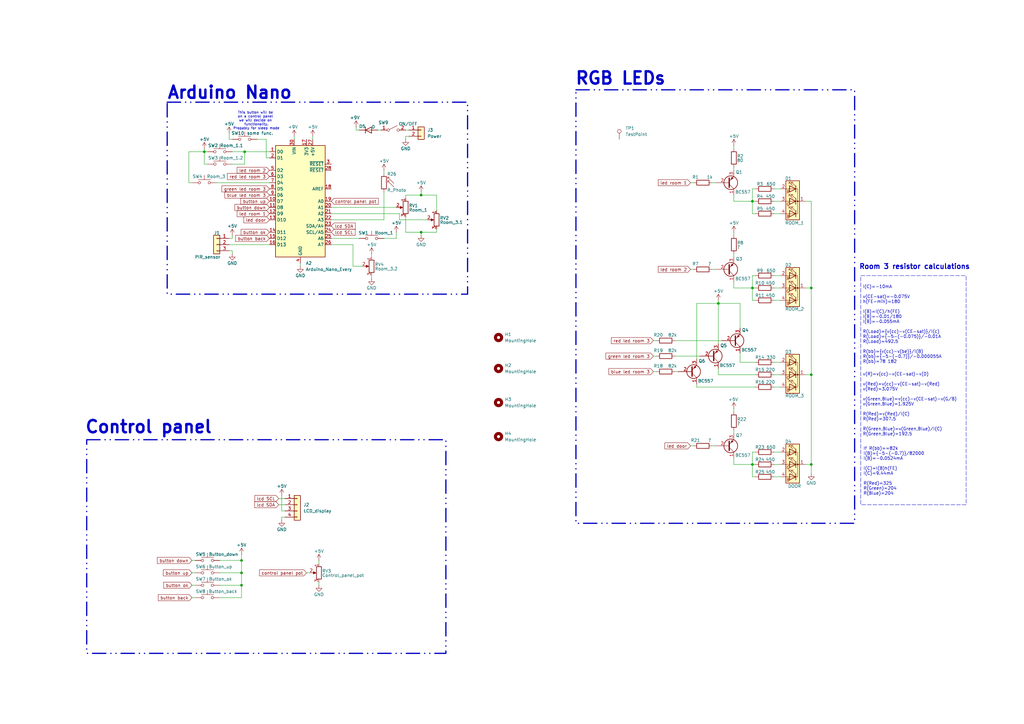
<source format=kicad_sch>
(kicad_sch (version 20231120) (generator "eeschema") (generator_version "8.0")
  (paper "A3")
  (title_block (title "Smart home model") (date "2024-10-19") (rev "0.0.1") (company "Group 7"))
  (lib_symbols
    (symbol "Connector:TestPoint" (pin_numbers hide) (pin_names (offset 0.762) hide)
      (property "Reference" "TP" (at 0 6.858 0))
      (property "Value" "TestPoint" (at 0 5.08 0))
      (symbol "TestPoint_0_1"
        (circle (center 0 3.302) (radius 0.762))
      )
      (symbol "TestPoint_1_1"
        (pin passive line (at 0 0 90) (length 2.54) (name "1") (number "1"))
      )
    )
    (symbol "Connector_Generic:Conn_01x02" (pin_names (offset 1.016) hide)
      (property "Reference" "J" (at 0 2.54 0))
      (property "Value" "Conn_01x02" (at 0 -5.08 0))
      (symbol "Conn_01x02_1_1"
        (rectangle (start -1.27 -2.413) (end 0 -2.667) (stroke (width 0.1524)))
        (rectangle (start -1.27 0.127) (end 0 -0.127) (stroke (width 0.1524)))
        (rectangle (start -1.27 1.27) (end 1.27 -3.81) (stroke (width 0.254)) (fill (type background)))
        (pin passive line (at -5.08 0 0) (length 3.81) (name "Pin_1") (number "1"))
        (pin passive line (at -5.08 -2.54 0) (length 3.81) (name "Pin_2") (number "2"))
      )
    )
    (symbol "Connector_Generic:Conn_01x03" (pin_names (offset 1.016) hide)
      (property "Reference" "J" (at 0 5.08 0))
      (property "Value" "Conn_01x03" (at 0 -5.08 0))
      (symbol "Conn_01x03_1_1"
        (rectangle (start -1.27 -2.413) (end 0 -2.667) (stroke (width 0.1524)))
        (rectangle (start -1.27 0.127) (end 0 -0.127) (stroke (width 0.1524)))
        (rectangle (start -1.27 2.667) (end 0 2.413) (stroke (width 0.1524)))
        (rectangle (start -1.27 3.81) (end 1.27 -3.81) (stroke (width 0.254)) (fill (type background)))
        (pin passive line (at -5.08 2.54 0) (length 3.81) (name "Pin_1") (number "1"))
        (pin passive line (at -5.08 0 0) (length 3.81) (name "Pin_2") (number "2"))
        (pin passive line (at -5.08 -2.54 0) (length 3.81) (name "Pin_3") (number "3"))
      )
    )
    (symbol "Connector_Generic:Conn_01x04" (pin_names (offset 1.016) hide)
      (property "Reference" "J" (at 0 5.08 0))
      (property "Value" "Conn_01x04" (at 0 -7.62 0))
      (symbol "Conn_01x04_1_1"
        (rectangle (start -1.27 -4.953) (end 0 -5.207) (stroke (width 0.1524)))
        (rectangle (start -1.27 -2.413) (end 0 -2.667) (stroke (width 0.1524)))
        (rectangle (start -1.27 0.127) (end 0 -0.127) (stroke (width 0.1524)))
        (rectangle (start -1.27 2.667) (end 0 2.413) (stroke (width 0.1524)))
        (rectangle (start -1.27 3.81) (end 1.27 -6.35) (stroke (width 0.254)) (fill (type background)))
        (pin passive line (at -5.08 2.54 0) (length 3.81) (name "Pin_1") (number "1"))
        (pin passive line (at -5.08 0 0) (length 3.81) (name "Pin_2") (number "2"))
        (pin passive line (at -5.08 -2.54 0) (length 3.81) (name "Pin_3") (number "3"))
        (pin passive line (at -5.08 -5.08 0) (length 3.81) (name "Pin_4") (number "4"))
      )
    )
    (symbol "Device:D" (pin_numbers hide) (pin_names (offset 1.016) hide)
      (property "Reference" "D" (at 0 2.54 0))
      (property "Value" "D" (at 0 -2.54 0))
      (symbol "D_0_1"
        (polyline (pts (xy -1.27 1.27) (xy -1.27 -1.27)) (stroke (width 0.254)))
        (polyline (pts (xy 1.27 0) (xy -1.27 0)))
        (polyline (pts (xy 1.27 1.27) (xy 1.27 -1.27) (xy -1.27 0) (xy 1.27 1.27)) (stroke (width 0.254)))
      )
      (symbol "D_1_1"
        (pin passive line (at -3.81 0 0) (length 2.54) (name "K") (number "1"))
        (pin passive line (at 3.81 0 180) (length 2.54) (name "A") (number "2"))
      )
    )
    (symbol "Device:LED_KRGB" (pin_names (offset 0) hide)
      (property "Reference" "D" (at 0 9.398 0))
      (property "Value" "LED_KRGB" (at 0 -8.89 0))
      (symbol "LED_KRGB_0_0"
        (text "B" (at 1.905 -6.35 0) (effects (font (size 1.27 1.27))))
        (text "G" (at 1.905 -1.27 0) (effects (font (size 1.27 1.27))))
        (text "R" (at 1.905 3.81 0) (effects (font (size 1.27 1.27))))
      )
      (symbol "LED_KRGB_0_1"
        (circle (center -2.032 0) (radius 0.254) (fill (type outline)))
        (polyline (pts (xy -1.27 -5.08) (xy 1.27 -5.08)))
        (polyline (pts (xy -1.27 -3.81) (xy -1.27 -6.35)) (stroke (width 0.254)))
        (polyline (pts (xy -1.27 0) (xy -2.54 0)))
        (polyline (pts (xy -1.27 1.27) (xy -1.27 -1.27)) (stroke (width 0.254)))
        (polyline (pts (xy -1.27 5.08) (xy 1.27 5.08)))
        (polyline (pts (xy -1.27 6.35) (xy -1.27 3.81)) (stroke (width 0.254)))
        (polyline (pts (xy 1.27 -5.08) (xy 2.54 -5.08)))
        (polyline (pts (xy 1.27 0) (xy -1.27 0)))
        (polyline (pts (xy 1.27 0) (xy 2.54 0)))
        (polyline (pts (xy 1.27 5.08) (xy 2.54 5.08)))
        (polyline (pts (xy -1.27 1.27) (xy -1.27 -1.27) (xy -1.27 -1.27)))
        (polyline (pts (xy -1.27 6.35) (xy -1.27 3.81) (xy -1.27 3.81)))
        (polyline (pts (xy -1.27 5.08) (xy -2.032 5.08) (xy -2.032 -5.08) (xy -1.016 -5.08)))
        (polyline (pts (xy 1.27 -3.81) (xy 1.27 -6.35) (xy -1.27 -5.08) (xy 1.27 -3.81)) (stroke (width 0.254)))
        (polyline (pts (xy 1.27 1.27) (xy 1.27 -1.27) (xy -1.27 0) (xy 1.27 1.27)) (stroke (width 0.254)))
        (polyline (pts (xy 1.27 6.35) (xy 1.27 3.81) (xy -1.27 5.08) (xy 1.27 6.35)) (stroke (width 0.254)))
        (polyline (pts (xy -1.016 -3.81) (xy 0.508 -2.286) (xy -0.254 -2.286) (xy 0.508 -2.286) (xy 0.508 -3.048)))
        (polyline (pts (xy -1.016 1.27) (xy 0.508 2.794) (xy -0.254 2.794) (xy 0.508 2.794) (xy 0.508 2.032)))
        (polyline (pts (xy -1.016 6.35) (xy 0.508 7.874) (xy -0.254 7.874) (xy 0.508 7.874) (xy 0.508 7.112)))
        (polyline (pts (xy 0 -3.81) (xy 1.524 -2.286) (xy 0.762 -2.286) (xy 1.524 -2.286) (xy 1.524 -3.048)))
        (polyline (pts (xy 0 1.27) (xy 1.524 2.794) (xy 0.762 2.794) (xy 1.524 2.794) (xy 1.524 2.032)))
        (polyline (pts (xy 0 6.35) (xy 1.524 7.874) (xy 0.762 7.874) (xy 1.524 7.874) (xy 1.524 7.112)))
        (rectangle (start 1.27 -1.27) (end 1.27 1.27))
        (rectangle (start 1.27 1.27) (end 1.27 1.27))
        (rectangle (start 1.27 3.81) (end 1.27 6.35))
        (rectangle (start 1.27 6.35) (end 1.27 6.35))
        (rectangle (start 2.794 8.382) (end -2.794 -7.62) (stroke (width 0.254)) (fill (type background)))
      )
      (symbol "LED_KRGB_1_1"
        (pin passive line (at -5.08 0 0) (length 2.54) (name "K") (number "1"))
        (pin passive line (at 5.08 5.08 180) (length 2.54) (name "RA") (number "2"))
        (pin passive line (at 5.08 0 180) (length 2.54) (name "GA") (number "3"))
        (pin passive line (at 5.08 -5.08 180) (length 2.54) (name "BA") (number "4"))
      )
    )
    (symbol "Device:R" (pin_numbers hide) (pin_names (offset 0))
      (property "Reference" "R" (at 2.032 0 90))
      (property "Value" "R" (at 0 0 90))
      (symbol "R_0_1"
        (rectangle (start -1.016 -2.54) (end 1.016 2.54) (stroke (width 0.254)))
      )
      (symbol "R_1_1"
        (pin passive line (at 0 3.81 270) (length 1.27) (name "~") (number "1"))
        (pin passive line (at 0 -3.81 90) (length 1.27) (name "~") (number "2"))
      )
    )
    (symbol "Device:R_Photo" (pin_numbers hide) (pin_names (offset 0))
      (property "Reference" "R" (at 1.27 1.27 0))
      (property "Value" "R_Photo" (at 1.27 0 0))
      (symbol "R_Photo_0_1"
        (rectangle (start -1.016 2.54) (end 1.016 -2.54) (stroke (width 0.254)))
        (polyline (pts (xy -1.524 -2.286) (xy -4.064 0.254)))
        (polyline (pts (xy -1.524 -2.286) (xy -2.286 -2.286)))
        (polyline (pts (xy -1.524 -2.286) (xy -1.524 -1.524)))
        (polyline (pts (xy -1.524 -0.762) (xy -4.064 1.778)))
        (polyline (pts (xy -1.524 -0.762) (xy -2.286 -0.762)))
        (polyline (pts (xy -1.524 -0.762) (xy -1.524 0)))
      )
      (symbol "R_Photo_1_1"
        (pin passive line (at 0 3.81 270) (length 1.27) (name "~") (number "1"))
        (pin passive line (at 0 -3.81 90) (length 1.27) (name "~") (number "2"))
      )
    )
    (symbol "Device:R_Potentiometer" (pin_names (offset 1.016) hide)
      (property "Reference" "RV" (at -4.445 0 90))
      (property "Value" "R_Potentiometer" (at -2.54 0 90))
      (symbol "R_Potentiometer_0_1"
        (polyline (pts (xy 2.54 0) (xy 1.524 0)))
        (polyline (pts (xy 1.143 0) (xy 2.286 0.508) (xy 2.286 -0.508) (xy 1.143 0)) (fill (type outline)))
        (rectangle (start 1.016 2.54) (end -1.016 -2.54) (stroke (width 0.254)))
      )
      (symbol "R_Potentiometer_1_1"
        (pin passive line (at 0 3.81 270) (length 1.27) (name "1") (number "1"))
        (pin passive line (at 3.81 0 180) (length 1.27) (name "2") (number "2"))
        (pin passive line (at 0 -3.81 90) (length 1.27) (name "3") (number "3"))
      )
    )
    (symbol "Mechanical:MountingHole" (pin_names (offset 1.016)) (exclude_from_sim yes) (in_bom no)
      (property "Reference" "H" (at 0 5.08 0))
      (property "Value" "MountingHole" (at 0 3.175 0))
      (symbol "MountingHole_0_1"
        (circle (center 0 0) (radius 1.27) (stroke (width 1.27)))
      )
    )
    (symbol "Switch:SW_Push" (pin_numbers hide) (pin_names (offset 1.016) hide)
      (property "Reference" "SW" (at 1.27 2.54 0))
      (property "Value" "SW_Push" (at 0 -1.524 0))
      (symbol "SW_Push_0_1"
        (circle (center -2.032 0) (radius 0.508))
        (polyline (pts (xy 0 1.27) (xy 0 3.048)))
        (polyline (pts (xy 2.54 1.27) (xy -2.54 1.27)))
        (circle (center 2.032 0) (radius 0.508))
        (pin passive line (at -5.08 0 0) (length 2.54) (name "1") (number "1"))
        (pin passive line (at 5.08 0 180) (length 2.54) (name "2") (number "2"))
      )
    )
    (symbol "Switch:SW_SPST" (pin_names (offset 0) hide)
      (property "Reference" "SW" (at 0 3.175 0))
      (property "Value" "SW_SPST" (at 0 -2.54 0))
      (symbol "SW_SPST_0_0"
        (circle (center -2.032 0) (radius 0.508))
        (polyline (pts (xy -1.524 0.254) (xy 1.524 1.778)))
        (circle (center 2.032 0) (radius 0.508))
      )
      (symbol "SW_SPST_1_1"
        (pin passive line (at -5.08 0 0) (length 2.54) (name "A") (number "1"))
        (pin passive line (at 5.08 0 180) (length 2.54) (name "B") (number "2"))
      )
    )
    (symbol "Transistor_BJT:BC557" (pin_names (offset 0) hide)
      (property "Reference" "Q" (at 5.08 1.905 0))
      (property "Value" "BC557" (at 5.08 0 0))
      (symbol "BC557_0_1"
        (polyline (pts (xy 0.635 0.635) (xy 2.54 2.54)))
        (polyline (pts (xy 0.635 -0.635) (xy 2.54 -2.54) (xy 2.54 -2.54)))
        (polyline (pts (xy 0.635 1.905) (xy 0.635 -1.905) (xy 0.635 -1.905)) (stroke (width 0.508)))
        (polyline (pts (xy 2.286 -1.778) (xy 1.778 -2.286) (xy 1.27 -1.27) (xy 2.286 -1.778) (xy 2.286 -1.778)) (fill (type outline)))
        (circle (center 1.27 0) (radius 2.8194) (stroke (width 0.254)))
      )
      (symbol "BC557_1_1"
        (pin passive line (at 2.54 5.08 270) (length 2.54) (name "C") (number "1"))
        (pin input line (at -5.08 0 0) (length 5.715) (name "B") (number "2"))
        (pin passive line (at 2.54 -5.08 90) (length 2.54) (name "E") (number "3"))
      )
    )
    (symbol "arduino_nano_every_custom:Arduino_Nano_Every"
      (property "Reference" "A?" (at 2.1941 -25.4 0))
      (property "Value" "Arduino_Nano_Every" (at 2.1941 -27.94 0))
      (symbol "Arduino_Nano_Every_0_1"
        (rectangle (start -10.16 22.86) (end 10.16 -22.86) (stroke (width 0.254)) (fill (type background)))
      )
      (symbol "Arduino_Nano_Every_1_1"
        (pin bidirectional line (at -12.7 20.32 0) (length 2.54) (name "D0") (number "1"))
        (pin bidirectional line (at -12.7 0 0) (length 2.54) (name "D7") (number "10"))
        (pin bidirectional line (at -12.7 -2.54 0) (length 2.54) (name "D8") (number "11"))
        (pin bidirectional line (at -12.7 -5.08 0) (length 2.54) (name "D9") (number "12"))
        (pin bidirectional line (at -12.7 -7.62 0) (length 2.54) (name "D10") (number "13"))
        (pin bidirectional line (at -12.7 -12.7 0) (length 2.54) (name "D11") (number "14"))
        (pin bidirectional line (at -12.7 -15.24 0) (length 2.54) (name "D12") (number "15"))
        (pin bidirectional line (at -12.7 -17.78 0) (length 2.54) (name "D13") (number "16"))
        (pin power_out line (at 2.54 25.4 270) (length 2.54) (name "3V3") (number "17"))
        (pin input line (at 12.7 5.08 180) (length 2.54) (name "AREF") (number "18"))
        (pin bidirectional line (at 12.7 0 180) (length 2.54) (name "A0") (number "19"))
        (pin bidirectional line (at -12.7 17.78 0) (length 2.54) (name "D1") (number "2"))
        (pin bidirectional line (at 12.7 -2.54 180) (length 2.54) (name "A1") (number "20"))
        (pin bidirectional line (at 12.7 -5.08 180) (length 2.54) (name "A2") (number "21"))
        (pin bidirectional line (at 12.7 -7.62 180) (length 2.54) (name "A3") (number "22"))
        (pin bidirectional line (at 12.7 -10.16 180) (length 2.54) (name "SDA/A4") (number "23"))
        (pin bidirectional line (at 12.7 -12.7 180) (length 2.54) (name "SCL/A5") (number "24"))
        (pin bidirectional line (at 12.7 -15.24 180) (length 2.54) (name "A6") (number "25"))
        (pin bidirectional line (at 12.7 -17.78 180) (length 2.54) (name "A7") (number "26"))
        (pin power_out line (at 5.08 25.4 270) (length 2.54) (name "+5V") (number "27"))
        (pin input line (at 12.7 12.7 180) (length 2.54) (name "~{RESET}") (number "28"))
        (pin passive line (at 0 -25.4 90) (length 2.54) hide (name "GND") (number "29"))
        (pin input line (at 12.7 15.24 180) (length 2.54) (name "~{RESET}") (number "3"))
        (pin power_in line (at -2.54 25.4 270) (length 2.54) (name "VIN") (number "30"))
        (pin power_in line (at 0 -25.4 90) (length 2.54) (name "GND") (number "4"))
        (pin bidirectional line (at -12.7 12.7 0) (length 2.54) (name "D2") (number "5"))
        (pin bidirectional line (at -12.7 10.16 0) (length 2.54) (name "D3") (number "6"))
        (pin bidirectional line (at -12.7 7.62 0) (length 2.54) (name "D4") (number "7"))
        (pin bidirectional line (at -12.7 5.08 0) (length 2.54) (name "D5") (number "8"))
        (pin bidirectional line (at -12.7 2.54 0) (length 2.54) (name "D6") (number "9"))
      )
    )
    (symbol "power:+5V" (power) (pin_numbers hide) (pin_names (offset 0) hide)
      (property "Value" "+5V" (at 0 3.556 0))
      (symbol "+5V_0_1"
        (polyline (pts (xy -0.762 1.27) (xy 0 2.54)))
        (polyline (pts (xy 0 0) (xy 0 2.54)))
        (polyline (pts (xy 0 2.54) (xy 0.762 1.27)))
      )
      (symbol "+5V_1_1"
        (pin power_in line (at 0 0 90) (length 0) (name "~") (number "1"))
      )
    )
    (symbol "power:+9V" (power) (pin_numbers hide) (pin_names (offset 0) hide)
      (property "Value" "+9V" (at 0 3.556 0))
      (symbol "+9V_0_1"
        (polyline (pts (xy -0.762 1.27) (xy 0 2.54)))
        (polyline (pts (xy 0 0) (xy 0 2.54)))
        (polyline (pts (xy 0 2.54) (xy 0.762 1.27)))
      )
      (symbol "+9V_1_1"
        (pin power_in line (at 0 0 90) (length 0) (name "~") (number "1"))
      )
    )
    (symbol "power:GND" (power) (pin_numbers hide) (pin_names (offset 0) hide)
      (property "Value" "GND" (at 0 -3.81 0))
      (symbol "GND_0_1"
        (polyline (pts (xy 0 0) (xy 0 -1.27) (xy 1.27 -1.27) (xy 0 -2.54) (xy -1.27 -1.27) (xy 0 -1.27)))
      )
      (symbol "GND_1_1"
        (pin power_in line (at 0 0 270) (length 0) (name "~") (number "1"))
      )
    )
  )
  (junction (at 172.72 95.25))
  (junction (at 332.74 190.5))
  (junction (at 294.64 124.46))
  (junction (at 332.74 118.11))
  (junction (at 100.33 62.23))
  (junction (at 99.06 229.87))
  (junction (at 308.61 82.55))
  (junction (at 308.61 118.11))
  (junction (at 332.74 153.67))
  (junction (at 308.61 190.5))
  (junction (at 172.72 80.01))
  (junction (at 99.06 240.03))
  (junction (at 83.82 62.23))
  (junction (at 99.06 234.95))
  (wire (pts (xy 166.37 80.01) (xy 172.72 80.01)))
  (wire (pts (xy 300.99 59.69) (xy 300.99 60.96)))
  (wire (pts (xy 308.61 123.19) (xy 309.88 123.19)))
  (wire (pts (xy 157.48 97.79) (xy 162.56 97.79)))
  (wire (pts (xy 294.64 151.13) (xy 294.64 153.67)))
  (wire (pts (xy 300.99 95.25) (xy 300.99 96.52)))
  (wire (pts (xy 99.06 229.87) (xy 99.06 227.33)))
  (wire (pts (xy 300.99 80.01) (xy 300.99 82.55)))
  (wire (pts (xy 130.81 238.76) (xy 130.81 240.03)))
  (wire (pts (xy 95.25 102.87) (xy 93.98 102.87)))
  (wire (pts (xy 90.17 234.95) (xy 99.06 234.95)))
  (wire (pts (xy 317.5 87.63) (xy 320.04 87.63)))
  (wire (pts (xy 83.82 62.23) (xy 83.82 67.31)))
  (wire (pts (xy 267.97 152.4) (xy 269.24 152.4)))
  (wire (pts (xy 276.86 139.7) (xy 295.91 139.7)))
  (wire (pts (xy 93.98 97.79) (xy 95.25 97.79)))
  (wire (pts (xy 135.89 100.33) (xy 144.78 100.33)))
  (wire (pts (xy 308.61 118.11) (xy 308.61 123.19)))
  (wire (pts (xy 332.74 82.55) (xy 332.74 118.11)))
  (wire (pts (xy 179.07 80.01) (xy 179.07 86.36)))
  (wire (pts (xy 317.5 123.19) (xy 320.04 123.19)))
  (wire (pts (xy 147.32 53.34) (xy 146.05 53.34)))
  (wire (pts (xy 88.9 74.93) (xy 110.49 74.93)))
  (wire (pts (xy 330.2 82.55) (xy 332.74 82.55)))
  (wire (pts (xy 300.99 104.14) (xy 300.99 105.41)))
  (wire (pts (xy 308.61 113.03) (xy 308.61 118.11)))
  (wire (pts (xy 172.72 78.74) (xy 172.72 80.01)))
  (wire (pts (xy 99.06 229.87) (xy 99.06 234.95)))
  (wire (pts (xy 294.64 153.67) (xy 309.88 153.67)))
  (wire (pts (xy 93.98 57.15) (xy 95.25 57.15)))
  (wire (pts (xy 135.89 87.63) (xy 163.83 87.63)))
  (wire (pts (xy 285.75 124.46) (xy 294.64 124.46)))
  (wire (pts (xy 78.74 245.11) (xy 80.01 245.11)))
  (wire (pts (xy 283.21 110.49) (xy 284.48 110.49)))
  (wire (pts (xy 157.48 69.85) (xy 157.48 71.12)))
  (wire (pts (xy 99.06 240.03) (xy 99.06 245.11)))
  (wire (pts (xy 115.57 212.09) (xy 115.57 213.36)))
  (wire (pts (xy 308.61 185.42) (xy 309.88 185.42)))
  (wire (pts (xy 95.25 104.14) (xy 95.25 102.87)))
  (wire (pts (xy 83.82 60.96) (xy 83.82 62.23)))
  (wire (pts (xy 135.89 90.17) (xy 157.48 90.17)))
  (wire (pts (xy 135.89 85.09) (xy 162.56 85.09)))
  (wire (pts (xy 332.74 190.5) (xy 332.74 194.31)))
  (wire (pts (xy 152.4 104.14) (xy 152.4 105.41)))
  (wire (pts (xy 83.82 62.23) (xy 85.09 62.23)))
  (wire (pts (xy 114.3 204.47) (xy 116.84 204.47)))
  (wire (pts (xy 308.61 77.47) (xy 309.88 77.47)))
  (wire (pts (xy 283.21 182.88) (xy 284.48 182.88)))
  (wire (pts (xy 308.61 77.47) (xy 308.61 82.55)))
  (wire (pts (xy 130.81 229.87) (xy 130.81 231.14)))
  (wire (pts (xy 285.75 124.46) (xy 285.75 147.32)))
  (wire (pts (xy 300.99 68.58) (xy 300.99 69.85)))
  (wire (pts (xy 308.61 87.63) (xy 309.88 87.63)))
  (wire (pts (xy 83.82 67.31) (xy 85.09 67.31)))
  (wire (pts (xy 152.4 113.03) (xy 152.4 114.3)))
  (wire (pts (xy 154.94 53.34) (xy 156.21 53.34)))
  (wire (pts (xy 276.86 152.4) (xy 278.13 152.4)))
  (wire (pts (xy 330.2 118.11) (xy 332.74 118.11)))
  (wire (pts (xy 283.21 74.93) (xy 284.48 74.93)))
  (wire (pts (xy 330.2 153.67) (xy 332.74 153.67)))
  (wire (pts (xy 309.88 148.59) (xy 303.53 148.59)))
  (wire (pts (xy 294.64 123.19) (xy 294.64 124.46)))
  (wire (pts (xy 99.06 234.95) (xy 99.06 240.03)))
  (wire (pts (xy 276.86 146.05) (xy 287.02 146.05)))
  (wire (pts (xy 300.99 115.57) (xy 300.99 118.11)))
  (wire (pts (xy 308.61 82.55) (xy 308.61 87.63)))
  (wire (pts (xy 144.78 109.22) (xy 148.59 109.22)))
  (wire (pts (xy 166.37 95.25) (xy 172.72 95.25)))
  (wire (pts (xy 128.27 55.88) (xy 128.27 57.15)))
  (wire (pts (xy 317.5 113.03) (xy 320.04 113.03)))
  (wire (pts (xy 93.98 54.61) (xy 93.98 57.15)))
  (wire (pts (xy 109.22 64.77) (xy 109.22 57.15)))
  (wire (pts (xy 120.65 55.88) (xy 120.65 57.15)))
  (wire (pts (xy 308.61 82.55) (xy 309.88 82.55)))
  (wire (pts (xy 163.83 87.63) (xy 163.83 90.17)))
  (wire (pts (xy 267.97 146.05) (xy 269.24 146.05)))
  (wire (pts (xy 300.99 82.55) (xy 308.61 82.55)))
  (wire (pts (xy 172.72 95.25) (xy 172.72 96.52)))
  (wire (pts (xy 116.84 212.09) (xy 115.57 212.09)))
  (wire (pts (xy 179.07 93.98) (xy 179.07 95.25)))
  (wire (pts (xy 77.47 62.23) (xy 83.82 62.23)))
  (wire (pts (xy 78.74 240.03) (xy 80.01 240.03)))
  (wire (pts (xy 317.5 185.42) (xy 320.04 185.42)))
  (wire (pts (xy 267.97 139.7) (xy 269.24 139.7)))
  (wire (pts (xy 308.61 190.5) (xy 308.61 195.58)))
  (wire (pts (xy 163.83 90.17) (xy 175.26 90.17)))
  (wire (pts (xy 90.17 245.11) (xy 99.06 245.11)))
  (wire (pts (xy 317.5 148.59) (xy 320.04 148.59)))
  (wire (pts (xy 90.17 229.87) (xy 99.06 229.87)))
  (wire (pts (xy 303.53 124.46) (xy 303.53 134.62)))
  (wire (pts (xy 294.64 124.46) (xy 294.64 140.97)))
  (wire (pts (xy 78.74 229.87) (xy 80.01 229.87)))
  (wire (pts (xy 308.61 185.42) (xy 308.61 190.5)))
  (wire (pts (xy 90.17 240.03) (xy 99.06 240.03)))
  (wire (pts (xy 332.74 153.67) (xy 332.74 190.5)))
  (wire (pts (xy 292.1 74.93) (xy 293.37 74.93)))
  (wire (pts (xy 166.37 57.15) (xy 166.37 55.88)))
  (wire (pts (xy 157.48 78.74) (xy 157.48 90.17)))
  (wire (pts (xy 308.61 195.58) (xy 309.88 195.58)))
  (wire (pts (xy 95.25 97.79) (xy 95.25 96.52)))
  (wire (pts (xy 300.99 118.11) (xy 308.61 118.11)))
  (wire (pts (xy 125.73 234.95) (xy 127 234.95)))
  (wire (pts (xy 166.37 53.34) (xy 167.64 53.34)))
  (wire (pts (xy 114.3 207.01) (xy 116.84 207.01)))
  (wire (pts (xy 123.19 107.95) (xy 123.19 109.22)))
  (wire (pts (xy 93.98 100.33) (xy 110.49 100.33)))
  (wire (pts (xy 308.61 190.5) (xy 309.88 190.5)))
  (wire (pts (xy 292.1 182.88) (xy 293.37 182.88)))
  (wire (pts (xy 95.25 67.31) (xy 100.33 67.31)))
  (wire (pts (xy 135.89 97.79) (xy 147.32 97.79)))
  (wire (pts (xy 308.61 118.11) (xy 309.88 118.11)))
  (wire (pts (xy 308.61 113.03) (xy 309.88 113.03)))
  (wire (pts (xy 116.84 209.55) (xy 115.57 209.55)))
  (wire (pts (xy 78.74 74.93) (xy 77.47 74.93)))
  (wire (pts (xy 78.74 234.95) (xy 80.01 234.95)))
  (wire (pts (xy 285.75 157.48) (xy 285.75 158.75)))
  (wire (pts (xy 317.5 195.58) (xy 320.04 195.58)))
  (wire (pts (xy 172.72 95.25) (xy 179.07 95.25)))
  (wire (pts (xy 100.33 62.23) (xy 110.49 62.23)))
  (wire (pts (xy 146.05 53.34) (xy 146.05 52.07)))
  (wire (pts (xy 317.5 118.11) (xy 320.04 118.11)))
  (wire (pts (xy 300.99 176.53) (xy 300.99 177.8)))
  (wire (pts (xy 317.5 153.67) (xy 320.04 153.67)))
  (wire (pts (xy 317.5 190.5) (xy 320.04 190.5)))
  (wire (pts (xy 285.75 158.75) (xy 309.88 158.75)))
  (wire (pts (xy 292.1 110.49) (xy 293.37 110.49)))
  (wire (pts (xy 109.22 57.15) (xy 105.41 57.15)))
  (wire (pts (xy 95.25 62.23) (xy 100.33 62.23)))
  (wire (pts (xy 166.37 80.01) (xy 166.37 81.28)))
  (wire (pts (xy 332.74 118.11) (xy 332.74 153.67)))
  (wire (pts (xy 144.78 100.33) (xy 144.78 109.22)))
  (wire (pts (xy 317.5 158.75) (xy 320.04 158.75)))
  (wire (pts (xy 166.37 88.9) (xy 166.37 95.25)))
  (wire (pts (xy 77.47 74.93) (xy 77.47 62.23)))
  (wire (pts (xy 100.33 62.23) (xy 100.33 67.31)))
  (wire (pts (xy 330.2 190.5) (xy 332.74 190.5)))
  (wire (pts (xy 317.5 82.55) (xy 320.04 82.55)))
  (wire (pts (xy 294.64 124.46) (xy 303.53 124.46)))
  (wire (pts (xy 300.99 190.5) (xy 308.61 190.5)))
  (wire (pts (xy 300.99 167.64) (xy 300.99 168.91)))
  (wire (pts (xy 115.57 203.2) (xy 115.57 209.55)))
  (wire (pts (xy 300.99 187.96) (xy 300.99 190.5)))
  (wire (pts (xy 166.37 55.88) (xy 167.64 55.88)))
  (wire (pts (xy 162.56 95.25) (xy 162.56 97.79)))
  (wire (pts (xy 303.53 144.78) (xy 303.53 148.59)))
  (wire (pts (xy 317.5 77.47) (xy 320.04 77.47)))
  (wire (pts (xy 172.72 80.01) (xy 179.07 80.01)))
  (wire (pts (xy 110.49 64.77) (xy 109.22 64.77)))
  (rectangle (start 35.56 180.34) (end 182.88 267.97) (stroke (width 0.5) (type dash_dot_dot)))
  (rectangle (start 68.58 41.91) (end 191.77 120.65) (stroke (width 0.5) (type dash_dot_dot)))
  (rectangle (start 353.06 113.03) (end 396.24 207.01) (stroke (width 0) (type dash)))
  (rectangle (start 236.22 36.83) (end 350.52 214.63) (stroke (width 0.5) (type dash_dot_dot)))
  (rectangle (start 378.46 185.42) (end 378.46 185.42))
  (text "This button will be \non a control panel \nwe will decide on \nfunctionality.\nPropably for sleep mode" (at 105.156 49.53 0) (effects (font (size 1 1))))
  (text "If R(bb)==82k\nI(B)={-5-(-0.7)}/82000\nI(B)=-0.0524mA\n\nI(C)=I(B)h(FE)\nI(C)=9.44mA\n\nR(Red)=325\nR(Green)=204\nR(Blue)=204" (at 354.076 193.294 0) (effects (font (size 1.27 1.27)) (justify left)))
  (text "Room 3 resistor calculations\n" (at 352.298 109.474 0) (effects (font (size 2.032 2.032) (thickness 0.4064) (bold yes)) (justify left)))
  (text "v(R)=v(cc)-v(CE-sat)-v(D)\n\nv(Red)=v(cc)-v(CE-sat)-v(Red)\nv(Red)=3.075V\n\nv(Green,Blue)=v(cc)-v(CE-sat)-v(G/B)\nv(Green,Blue)=1.925V\n\nR(Red)=v(Red)/I(C)\nR(Red)=307.5\n\nR(Green,Blue)=v(Green,Blue)/I(C)\nR(Green,Blue)=192.5" (at 353.822 165.862 0) (effects (font (size 1.27 1.27)) (justify left)))
  (text "Arduino Nano" (at 94.234 38.1 0) (effects (font (size 5 5) (thickness 1) (bold yes))))
  (text "Control panel" (at 60.96 175.26 0) (effects (font (size 5 5) (thickness 1) (bold yes))))
  (text "RGB LEDs" (at 254.508 32.258 0) (effects (font (size 5 5) (thickness 1) (bold yes))))
  (text "I(C)=-10mA\n\nv(CE-sat)=-0.075V\nh(FE-min)=180\n\nI(B)=I(C)/h(FE)\nI(B)=-0.01/180\nI(B)=-0.055mA\n\nR(Load)={v(cc)-v(CE-sat)}/I(c)\nR(Load)={-5-(-0.075)}/-0.01A\nR(Load)=492.5\n\nR(bb)={v(cc)-v(be)}/I(B)\nR(bb)={-5-(-0.7)}/-0.000055A\nR(bb)=78 182\n" (at 353.822 133.096 0) (effects (font (size 1.27 1.27)) (justify left)))
  (global_label "led room 2" (shape input) (at 110.49 69.85 180) (property "Intersheetrefs" "${INTERSHEET_REFS}" (effects (hide yes))))
  (global_label "green led room 3" (shape input) (at 267.97 146.05 180) (property "Intersheetrefs" "${INTERSHEET_REFS}" (effects (hide yes))))
  (global_label "button back" (shape input) (at 78.74 245.11 180) (property "Intersheetrefs" "${INTERSHEET_REFS}" (effects (hide yes))))
  (global_label "button up" (shape input) (at 78.74 234.95 180) (property "Intersheetrefs" "${INTERSHEET_REFS}" (effects (hide yes))))
  (global_label "lcd SDA" (shape input) (at 114.3 207.01 180) (property "Intersheetrefs" "${INTERSHEET_REFS}" (effects (hide yes))))
  (global_label "button ok" (shape input) (at 78.74 240.03 180) (property "Intersheetrefs" "${INTERSHEET_REFS}" (effects (hide yes))))
  (global_label "led room 1" (shape input) (at 283.21 74.93 180) (property "Intersheetrefs" "${INTERSHEET_REFS}" (effects (hide yes))))
  (global_label "led room 1" (shape input) (at 110.49 87.63 180) (property "Intersheetrefs" "${INTERSHEET_REFS}" (effects (hide yes))))
  (global_label "lcd SDA" (shape input) (at 135.89 92.71 0) (property "Intersheetrefs" "${INTERSHEET_REFS}" (effects (hide yes))))
  (global_label "lcd SCL" (shape input) (at 135.89 95.25 0) (property "Intersheetrefs" "${INTERSHEET_REFS}" (effects (hide yes))))
  (global_label "red led room 3" (shape input) (at 267.97 139.7 180) (property "Intersheetrefs" "${INTERSHEET_REFS}" (effects (hide yes))))
  (global_label "button ok" (shape input) (at 110.49 95.25 180) (property "Intersheetrefs" "${INTERSHEET_REFS}" (effects (hide yes))))
  (global_label "led door" (shape input) (at 283.21 182.88 180) (property "Intersheetrefs" "${INTERSHEET_REFS}" (effects (hide yes))))
  (global_label "button back" (shape input) (at 110.49 97.79 180) (property "Intersheetrefs" "${INTERSHEET_REFS}" (effects (hide yes))))
  (global_label "led door" (shape input) (at 110.49 90.17 180) (property "Intersheetrefs" "${INTERSHEET_REFS}" (effects (hide yes))))
  (global_label "button up" (shape input) (at 110.49 82.55 180) (property "Intersheetrefs" "${INTERSHEET_REFS}" (effects (hide yes))))
  (global_label "button down" (shape input) (at 78.74 229.87 180) (property "Intersheetrefs" "${INTERSHEET_REFS}" (effects (hide yes))))
  (global_label "button down" (shape input) (at 110.49 85.09 180) (property "Intersheetrefs" "${INTERSHEET_REFS}" (effects (hide yes))))
  (global_label "blue led room 3" (shape input) (at 110.49 80.01 180) (property "Intersheetrefs" "${INTERSHEET_REFS}" (effects (hide yes))))
  (global_label "led room 2" (shape input) (at 283.21 110.49 180) (property "Intersheetrefs" "${INTERSHEET_REFS}" (effects (hide yes))))
  (global_label "control panel pot" (shape input) (at 135.89 82.55 0) (property "Intersheetrefs" "${INTERSHEET_REFS}" (effects (hide yes))))
  (global_label "green led room 3" (shape input) (at 110.49 77.47 180) (property "Intersheetrefs" "${INTERSHEET_REFS}" (effects (hide yes))))
  (global_label "control panel pot" (shape input) (at 125.73 234.95 180) (property "Intersheetrefs" "${INTERSHEET_REFS}" (effects (hide yes))))
  (global_label "lcd SCL" (shape input) (at 114.3 204.47 180) (property "Intersheetrefs" "${INTERSHEET_REFS}" (effects (hide yes))))
  (global_label "blue led room 3" (shape input) (at 267.97 152.4 180) (property "Intersheetrefs" "${INTERSHEET_REFS}" (effects (hide yes))))
  (global_label "red led room 3" (shape input) (at 110.49 72.39 180) (property "Intersheetrefs" "${INTERSHEET_REFS}" (effects (hide yes))))
  (symbol (lib_id "Switch:SW_Push") (at 152.4 97.79 0) (unit 1)
    (property "Reference" "SW1" (at 149.098 95.504 0))
    (property "Value" "Room_1" (at 157.48 95.504 0))
    (property "Description" "Push button switch, generic, two pins" (effects (hide yes)))
  )
  (symbol (lib_id "Device:R") (at 313.69 158.75 90) (unit 1)
    (property "Reference" "R16" (at 311.658 156.718 90))
    (property "Value" "220" (at 315.976 156.718 90))
    (property "Description" "Resistor" (effects (hide yes)))
  )
  (symbol (lib_id "Mechanical:MountingHole") (at 204.47 165.1 0) (unit 1) (exclude_from_sim yes) (in_bom no)
    (property "Reference" "H3" (at 207.01 163.8299 0) (effects (justify left)))
    (property "Value" "MountingHole" (at 207.01 166.3699 0) (effects (justify left)))
    (property "Description" "Mounting Hole without connection" (effects (hide yes)))
  )
  (symbol (lib_id "arduino_nano_every_custom:Arduino_Nano_Every") (at 123.19 82.55 0) (unit 1)
    (property "Reference" "A2" (at 125.3841 107.95 0) (effects (justify left)))
    (property "Value" "Arduino_Nano_Every" (at 125.3841 110.49 0) (effects (justify left)))
    (property "Footprint" "Module:Arduino_Nano" (effects (hide yes)))
    (property "Datasheet" "https://content.arduino.cc/assets/NANOEveryV3.0_sch.pdf" (effects (hide yes)))
    (property "Description" "Arduino Nano Every" (effects (hide yes)))
  )
  (symbol (lib_id "power:+5V") (at 130.81 229.87 0) (unit 1)
    (property "Reference" "#PWR022" (effects (hide yes)))
    (property "Value" "+5V" (at 130.81 226.06 0))
    (property "Description" "Power symbol creates a global label with name \"+5V\"" (effects (hide yes)))
  )
  (symbol (lib_id "Device:R") (at 273.05 152.4 90) (unit 1)
    (property "Reference" "R18" (at 270.002 150.114 90))
    (property "Value" "82k" (at 275.844 150.114 90))
    (property "Description" "Resistor" (effects (hide yes)))
  )
  (symbol (lib_id "Transistor_BJT:BC557") (at 298.45 74.93 0) (mirror x) (unit 1)
    (property "Reference" "Q1" (at 301.752 70.612 0) (effects (justify left)))
    (property "Value" "BC557" (at 301.498 78.74 0) (effects (justify left)))
    (property "Footprint" "Package_TO_SOT_THT:TO-92_Inline" (effects (hide yes)))
    (property "Datasheet" "https://www.onsemi.com/pub/Collateral/BC556BTA-D.pdf" (effects (hide yes)))
    (property "Description" "0.1A Ic, 45V Vce, PNP Small Signal Transistor, TO-92" (effects (hide yes)))
  )
  (symbol (lib_id "Connector_Generic:Conn_01x02") (at 172.72 53.34 0) (unit 1)
    (property "Reference" "J3" (at 175.26 53.3399 0) (effects (justify left)))
    (property "Value" "Power" (at 175.26 55.8799 0) (effects (justify left)))
    (property "Description" "Generic connector, single row, 01x02, script generated (kicad-library-utils/schlib/autogen/connector/)" (effects (hide yes)))
  )
  (symbol (lib_id "Device:R") (at 313.69 82.55 90) (unit 1)
    (property "Reference" "R4" (at 311.658 80.518 90))
    (property "Value" "450" (at 315.976 80.518 90))
    (property "Description" "Resistor" (effects (hide yes)))
  )
  (symbol (lib_id "Mechanical:MountingHole") (at 204.47 151.13 0) (unit 1) (exclude_from_sim yes) (in_bom no)
    (property "Reference" "H2" (at 207.01 149.8599 0) (effects (justify left)))
    (property "Value" "MountingHole" (at 207.01 152.3999 0) (effects (justify left)))
    (property "Description" "Mounting Hole without connection" (effects (hide yes)))
  )
  (symbol (lib_id "Mechanical:MountingHole") (at 204.47 179.07 0) (unit 1) (exclude_from_sim yes) (in_bom no)
    (property "Reference" "H4" (at 207.01 177.7999 0) (effects (justify left)))
    (property "Value" "MountingHole" (at 207.01 180.3399 0) (effects (justify left)))
    (property "Description" "Mounting Hole without connection" (effects (hide yes)))
  )
  (symbol (lib_id "power:+5V") (at 95.25 96.52 0) (mirror y) (unit 1)
    (property "Reference" "#PWR017" (effects (hide yes)))
    (property "Value" "+5V" (at 95.25 92.71 0))
    (property "Description" "Power symbol creates a global label with name \"+5V\"" (effects (hide yes)))
  )
  (symbol (lib_id "power:+5V") (at 128.27 55.88 0) (unit 1)
    (property "Reference" "#PWR01" (effects (hide yes)))
    (property "Value" "+5V" (at 128.27 52.07 0))
    (property "Description" "Power symbol creates a global label with name \"+5V\"" (effects (hide yes)))
  )
  (symbol (lib_id "power:+5V") (at 300.99 167.64 0) (unit 1)
    (property "Reference" "#PWR06" (effects (hide yes)))
    (property "Value" "+5V" (at 300.736 163.83 0))
    (property "Description" "Power symbol creates a global label with name \"+5V\"" (effects (hide yes)))
  )
  (symbol (lib_id "power:GND") (at 152.4 114.3 0) (unit 1)
    (property "Reference" "#PWR013" (effects (hide yes)))
    (property "Value" "GND" (at 152.4 118.11 0))
    (property "Description" "Power symbol creates a global label with name \"GND\" , ground" (effects (hide yes)))
  )
  (symbol (lib_id "Device:R") (at 313.69 87.63 90) (unit 1)
    (property "Reference" "R5" (at 311.658 85.598 90))
    (property "Value" "450" (at 315.976 85.598 90))
    (property "Description" "Resistor" (effects (hide yes)))
  )
  (symbol (lib_id "Device:R") (at 313.69 153.67 90) (unit 1)
    (property "Reference" "R15" (at 311.658 151.638 90))
    (property "Value" "220" (at 315.976 151.638 90))
    (property "Description" "Resistor" (effects (hide yes)))
  )
  (symbol (lib_id "Device:R") (at 300.99 100.33 0) (unit 1)
    (property "Reference" "R8" (at 302.26 99.568 0) (effects (justify left)))
    (property "Value" "?" (at 302.26 101.346 0) (effects (justify left)))
    (property "Description" "Resistor" (effects (hide yes)))
  )
  (symbol (lib_id "Device:R") (at 313.69 113.03 90) (unit 1)
    (property "Reference" "R9" (at 311.658 110.998 90))
    (property "Value" "650" (at 316.23 110.998 90))
    (property "Description" "Resistor" (effects (hide yes)))
  )
  (symbol (lib_id "Switch:SW_Push") (at 85.09 245.11 0) (unit 1)
    (property "Reference" "SW8" (at 82.296 242.57 0))
    (property "Value" "Button_back" (at 91.44 242.57 0))
    (property "Description" "Push button switch, generic, two pins" (effects (hide yes)))
  )
  (symbol (lib_id "Device:LED_KRGB") (at 325.12 118.11 0) (mirror y) (unit 1)
    (property "Reference" "D2" (at 323.342 108.712 0))
    (property "Value" "ROOM_2" (at 325.882 126.746 0))
    (property "Description" "RGB LED, cathode/red/green/blue" (effects (hide yes)))
  )
  (symbol (lib_id "Device:R") (at 313.69 195.58 90) (unit 1)
    (property "Reference" "R25" (at 311.658 193.548 90))
    (property "Value" "450" (at 315.976 193.548 90))
    (property "Description" "Resistor" (effects (hide yes)))
  )
  (symbol (lib_id "power:+5V") (at 294.64 123.19 0) (unit 1)
    (property "Reference" "#PWR012" (effects (hide yes)))
    (property "Value" "+5V" (at 294.64 119.38 0))
    (property "Description" "Power symbol creates a global label with name \"+5V\"" (effects (hide yes)))
  )
  (symbol (lib_id "Device:LED_KRGB") (at 325.12 153.67 0) (mirror y) (unit 1)
    (property "Reference" "D3" (at 323.342 144.272 0))
    (property "Value" "ROOM_3" (at 325.882 162.306 0))
    (property "Description" "RGB LED, cathode/red/green/blue" (effects (hide yes)))
  )
  (symbol (lib_id "power:+5V") (at 172.72 78.74 0) (unit 1)
    (property "Reference" "#PWR014" (effects (hide yes)))
    (property "Value" "+5V" (at 172.72 74.93 0))
    (property "Description" "Power symbol creates a global label with name \"+5V\"" (effects (hide yes)))
  )
  (symbol (lib_id "Device:R") (at 313.69 118.11 90) (unit 1)
    (property "Reference" "R10" (at 311.658 116.078 90))
    (property "Value" "450" (at 315.976 116.078 90))
    (property "Description" "Resistor" (effects (hide yes)))
  )
  (symbol (lib_id "Device:R_Potentiometer") (at 179.07 90.17 0) (mirror y) (unit 1)
    (property "Reference" "RV2" (at 180.34 89.408 0) (effects (justify right)))
    (property "Value" "Room_3.1" (at 180.34 91.186 0) (effects (justify right)))
    (property "Description" "Potentiometer" (effects (hide yes)))
  )
  (symbol (lib_id "Transistor_BJT:BC557") (at 298.45 182.88 0) (mirror x) (unit 1)
    (property "Reference" "Q7" (at 301.752 178.562 0) (effects (justify left)))
    (property "Value" "BC557" (at 301.498 186.69 0) (effects (justify left)))
    (property "Footprint" "Package_TO_SOT_THT:TO-92_Inline" (effects (hide yes)))
    (property "Datasheet" "https://www.onsemi.com/pub/Collateral/BC556BTA-D.pdf" (effects (hide yes)))
    (property "Description" "0.1A Ic, 45V Vce, PNP Small Signal Transistor, TO-92" (effects (hide yes)))
  )
  (symbol (lib_id "Device:R") (at 313.69 185.42 90) (unit 1)
    (property "Reference" "R23" (at 311.658 183.388 90))
    (property "Value" "650" (at 316.23 183.388 90))
    (property "Description" "Resistor" (effects (hide yes)))
  )
  (symbol (lib_id "power:+5V") (at 300.99 95.25 0) (unit 1)
    (property "Reference" "#PWR08" (effects (hide yes)))
    (property "Value" "+5V" (at 300.99 91.44 0))
    (property "Description" "Power symbol creates a global label with name \"+5V\"" (effects (hide yes)))
  )
  (symbol (lib_id "Device:R") (at 273.05 146.05 90) (unit 1)
    (property "Reference" "R19" (at 270.002 143.764 90))
    (property "Value" "82k" (at 275.844 143.764 90))
    (property "Description" "Resistor" (effects (hide yes)))
  )
  (symbol (lib_id "power:+5V") (at 93.98 54.61 0) (unit 1)
    (property "Reference" "#PWR025" (effects (hide yes)))
    (property "Value" "+5V" (at 93.98 50.8 0))
    (property "Description" "Power symbol creates a global label with name \"+5V\"" (effects (hide yes)))
  )
  (symbol (lib_id "Device:R") (at 313.69 148.59 90) (unit 1)
    (property "Reference" "R14" (at 311.658 146.558 90))
    (property "Value" "330" (at 316.23 146.558 90))
    (property "Description" "Resistor" (effects (hide yes)))
  )
  (symbol (lib_id "power:GND") (at 332.74 194.31 0) (unit 1)
    (property "Reference" "#PWR07" (effects (hide yes)))
    (property "Value" "GND" (at 332.74 198.12 0))
    (property "Description" "Power symbol creates a global label with name \"GND\" , ground" (effects (hide yes)))
  )
  (symbol (lib_id "Switch:SW_Push") (at 83.82 74.93 0) (unit 1)
    (property "Reference" "SW4" (at 81.026 72.39 0))
    (property "Value" "Room_3" (at 88.646 72.39 0))
    (property "Description" "Push button switch, generic, two pins" (effects (hide yes)))
  )
  (symbol (lib_id "Transistor_BJT:BC557") (at 283.21 152.4 0) (mirror x) (unit 1)
    (property "Reference" "Q6" (at 286.512 148.082 0) (effects (justify left)))
    (property "Value" "BC557" (at 286.258 156.21 0) (effects (justify left)))
    (property "Footprint" "Package_TO_SOT_THT:TO-92_Inline" (effects (hide yes)))
    (property "Datasheet" "https://www.onsemi.com/pub/Collateral/BC556BTA-D.pdf" (effects (hide yes)))
    (property "Description" "0.1A Ic, 45V Vce, PNP Small Signal Transistor, TO-92" (effects (hide yes)))
  )
  (symbol (lib_id "Switch:SW_Push") (at 85.09 229.87 0) (unit 1)
    (property "Reference" "SW5" (at 82.296 227.33 0))
    (property "Value" "Button_down" (at 91.694 227.33 0))
    (property "Description" "Push button switch, generic, two pins" (effects (hide yes)))
  )
  (symbol (lib_id "power:+9V") (at 120.65 55.88 0) (unit 1)
    (property "Reference" "#PWR02" (effects (hide yes)))
    (property "Value" "+9V" (at 120.142 52.07 0))
    (property "Description" "Power symbol creates a global label with name \"+9V\"" (effects (hide yes)))
  )
  (symbol (lib_id "Device:R_Potentiometer") (at 130.81 234.95 0) (mirror y) (unit 1)
    (property "Reference" "RV3" (at 132.08 234.188 0) (effects (justify right)))
    (property "Value" "Control_panel_pot" (at 132.08 235.966 0) (effects (justify right)))
    (property "Description" "Potentiometer" (effects (hide yes)))
  )
  (symbol (lib_id "Device:R") (at 288.29 182.88 90) (unit 1)
    (property "Reference" "R21" (at 285.242 180.594 90))
    (property "Value" "?" (at 291.084 180.594 90))
    (property "Description" "Resistor" (effects (hide yes)))
  )
  (symbol (lib_id "Device:LED_KRGB") (at 325.12 82.55 0) (mirror y) (unit 1)
    (property "Reference" "D1" (at 323.342 73.152 0))
    (property "Value" "ROOM_1" (at 325.882 91.44 0))
    (property "Description" "RGB LED, cathode/red/green/blue" (effects (hide yes)))
  )
  (symbol (lib_id "power:+5V") (at 162.56 95.25 0) (unit 1)
    (property "Reference" "#PWR010" (effects (hide yes)))
    (property "Value" "+5V" (at 162.56 91.44 0))
    (property "Description" "Power symbol creates a global label with name \"+5V\"" (effects (hide yes)))
  )
  (symbol (lib_id "Switch:SW_Push") (at 90.17 62.23 0) (unit 1)
    (property "Reference" "SW2" (at 87.376 59.69 0))
    (property "Value" "Room_1.1" (at 94.996 59.69 0))
    (property "Description" "Push button switch, generic, two pins" (effects (hide yes)))
  )
  (symbol (lib_id "Transistor_BJT:BC557") (at 292.1 146.05 0) (mirror x) (unit 1)
    (property "Reference" "Q5" (at 295.402 141.732 0) (effects (justify left)))
    (property "Value" "BC557" (at 295.148 149.86 0) (effects (justify left)))
    (property "Footprint" "Package_TO_SOT_THT:TO-92_Inline" (effects (hide yes)))
    (property "Datasheet" "https://www.onsemi.com/pub/Collateral/BC556BTA-D.pdf" (effects (hide yes)))
    (property "Description" "0.1A Ic, 45V Vce, PNP Small Signal Transistor, TO-92" (effects (hide yes)))
  )
  (symbol (lib_id "Connector_Generic:Conn_01x04") (at 121.92 207.01 0) (unit 1)
    (property "Reference" "J2" (at 124.46 207.0099 0) (effects (justify left)))
    (property "Value" "LCD_display" (at 124.46 209.5499 0) (effects (justify left)))
    (property "Description" "Generic connector, single row, 01x04, script generated (kicad-library-utils/schlib/autogen/connector/)" (effects (hide yes)))
  )
  (symbol (lib_id "Mechanical:MountingHole") (at 204.47 138.43 0) (unit 1) (exclude_from_sim yes) (in_bom no)
    (property "Reference" "H1" (at 207.01 137.1599 0) (effects (justify left)))
    (property "Value" "MountingHole" (at 207.01 139.6999 0) (effects (justify left)))
    (property "Description" "Mounting Hole without connection" (effects (hide yes)))
  )
  (symbol (lib_id "power:GND") (at 115.57 213.36 0) (unit 1)
    (property "Reference" "#PWR019" (effects (hide yes)))
    (property "Value" "GND" (at 115.57 217.17 0))
    (property "Description" "Power symbol creates a global label with name \"GND\" , ground" (effects (hide yes)))
  )
  (symbol (lib_id "Switch:SW_Push") (at 85.09 240.03 0) (unit 1)
    (property "Reference" "SW7" (at 82.296 237.49 0))
    (property "Value" "Button_ok" (at 90.424 237.49 0))
    (property "Description" "Push button switch, generic, two pins" (effects (hide yes)))
  )
  (symbol (lib_id "power:+9V") (at 146.05 52.07 0) (unit 1)
    (property "Reference" "#PWR04" (effects (hide yes)))
    (property "Value" "+9V" (at 145.542 48.26 0))
    (property "Description" "Power symbol creates a global label with name \"+9V\"" (effects (hide yes)))
  )
  (symbol (lib_id "Device:R") (at 300.99 172.72 0) (unit 1)
    (property "Reference" "R22" (at 302.26 171.958 0) (effects (justify left)))
    (property "Value" "?" (at 302.26 173.736 0) (effects (justify left)))
    (property "Description" "Resistor" (effects (hide yes)))
  )
  (symbol (lib_id "Device:R_Photo") (at 157.48 74.93 180) (unit 1)
    (property "Reference" "R26" (at 158.75 71.374 0) (effects (justify right)))
    (property "Value" "R_Photo" (at 158.75 77.978 0) (effects (justify right)))
    (property "Description" "Photoresistor" (effects (hide yes)))
  )
  (symbol (lib_id "power:+5V") (at 152.4 104.14 0) (unit 1)
    (property "Reference" "#PWR024" (effects (hide yes)))
    (property "Value" "+5V" (at 152.4 100.33 0))
    (property "Description" "Power symbol creates a global label with name \"+5V\"" (effects (hide yes)))
  )
  (symbol (lib_id "Device:R") (at 288.29 110.49 90) (unit 1)
    (property "Reference" "R7" (at 285.242 108.204 90))
    (property "Value" "?" (at 291.084 108.204 90))
    (property "Description" "Resistor" (effects (hide yes)))
  )
  (symbol (lib_id "Transistor_BJT:BC557") (at 300.99 139.7 0) (mirror x) (unit 1)
    (property "Reference" "Q4" (at 304.292 135.382 0) (effects (justify left)))
    (property "Value" "BC557" (at 304.038 143.51 0) (effects (justify left)))
    (property "Footprint" "Package_TO_SOT_THT:TO-92_Inline" (effects (hide yes)))
    (property "Datasheet" "https://www.onsemi.com/pub/Collateral/BC556BTA-D.pdf" (effects (hide yes)))
    (property "Description" "0.1A Ic, 45V Vce, PNP Small Signal Transistor, TO-92" (effects (hide yes)))
  )
  (symbol (lib_id "power:GND") (at 123.19 109.22 0) (unit 1)
    (property "Reference" "#PWR03" (effects (hide yes)))
    (property "Value" "GND" (at 123.19 113.03 0))
    (property "Description" "Power symbol creates a global label with name \"GND\" , ground" (effects (hide yes)))
  )
  (symbol (lib_id "Device:LED_KRGB") (at 325.12 190.5 0) (mirror y) (unit 1)
    (property "Reference" "D4" (at 323.342 181.102 0))
    (property "Value" "DOOR" (at 325.882 199.39 0))
    (property "Description" "RGB LED, cathode/red/green/blue" (effects (hide yes)))
  )
  (symbol (lib_id "power:+5V") (at 99.06 227.33 0) (unit 1)
    (property "Reference" "#PWR021" (effects (hide yes)))
    (property "Value" "+5V" (at 99.06 223.52 0))
    (property "Description" "Power symbol creates a global label with name \"+5V\"" (effects (hide yes)))
  )
  (symbol (lib_id "Device:R") (at 313.69 123.19 90) (unit 1)
    (property "Reference" "R11" (at 311.658 121.158 90))
    (property "Value" "450" (at 315.976 121.158 90))
    (property "Description" "Resistor" (effects (hide yes)))
  )
  (symbol (lib_id "Switch:SW_Push") (at 90.17 67.31 0) (unit 1)
    (property "Reference" "SW3" (at 87.376 64.77 0))
    (property "Value" "Room_1.2" (at 94.996 64.77 0))
    (property "Description" "Push button switch, generic, two pins" (effects (hide yes)))
  )
  (symbol (lib_id "Switch:SW_Push") (at 100.33 57.15 0) (unit 1)
    (property "Reference" "SW10" (at 97.536 54.61 0))
    (property "Value" "some func." (at 106.68 54.61 0))
    (property "Description" "Push button switch, generic, two pins" (effects (hide yes)))
  )
  (symbol (lib_id "power:GND") (at 172.72 96.52 0) (unit 1)
    (property "Reference" "#PWR015" (effects (hide yes)))
    (property "Value" "GND" (at 172.72 100.33 0))
    (property "Description" "Power symbol creates a global label with name \"GND\" , ground" (effects (hide yes)))
  )
  (symbol (lib_id "Connector_Generic:Conn_01x03") (at 88.9 100.33 0) (mirror y) (unit 1)
    (property "Reference" "J1" (at 90.17 95.504 0) (effects (justify left)))
    (property "Value" "PIR_sensor" (at 90.424 105.41 0) (effects (justify left)))
    (property "Description" "Generic connector, single row, 01x03, script generated (kicad-library-utils/schlib/autogen/connector/)" (effects (hide yes)))
  )
  (symbol (lib_id "Switch:SW_SPST") (at 161.29 53.34 0) (unit 1)
    (property "Reference" "SW9" (at 157.226 50.292 0))
    (property "Value" "ON/OFF" (at 167.386 50.8 0))
    (property "Description" "Single Pole Single Throw (SPST) switch" (effects (hide yes)))
  )
  (symbol (lib_id "Device:R") (at 313.69 77.47 90) (unit 1)
    (property "Reference" "R3" (at 311.658 75.438 90))
    (property "Value" "650" (at 316.23 75.438 90))
    (property "Description" "Resistor" (effects (hide yes)))
  )
  (symbol (lib_id "power:+5V") (at 115.57 203.2 0) (unit 1)
    (property "Reference" "#PWR020" (effects (hide yes)))
    (property "Value" "+5V" (at 115.57 199.39 0))
    (property "Description" "Power symbol creates a global label with name \"+5V\"" (effects (hide yes)))
  )
  (symbol (lib_id "power:+5V") (at 157.48 69.85 0) (unit 1)
    (property "Reference" "#PWR016" (effects (hide yes)))
    (property "Value" "+5V" (at 157.48 66.04 0))
    (property "Description" "Power symbol creates a global label with name \"+5V\"" (effects (hide yes)))
  )
  (symbol (lib_id "Switch:SW_Push") (at 85.09 234.95 0) (unit 1)
    (property "Reference" "SW6" (at 82.296 232.41 0))
    (property "Value" "Button_up" (at 90.424 232.41 0))
    (property "Description" "Push button switch, generic, two pins" (effects (hide yes)))
  )
  (symbol (lib_id "power:GND") (at 130.81 240.03 0) (unit 1)
    (property "Reference" "#PWR023" (effects (hide yes)))
    (property "Value" "GND" (at 130.81 243.84 0))
    (property "Description" "Power symbol creates a global label with name \"GND\" , ground" (effects (hide yes)))
  )
  (symbol (lib_id "Device:R") (at 313.69 190.5 90) (unit 1)
    (property "Reference" "R24" (at 311.658 188.468 90))
    (property "Value" "450" (at 315.976 188.468 90))
    (property "Description" "Resistor" (effects (hide yes)))
  )
  (symbol (lib_id "Device:R") (at 288.29 74.93 90) (unit 1)
    (property "Reference" "R1" (at 285.242 72.644 90))
    (property "Value" "1k" (at 291.084 72.644 90))
    (property "Description" "Resistor" (effects (hide yes)))
  )
  (symbol (lib_id "power:+5V") (at 300.99 59.69 0) (unit 1)
    (property "Reference" "#PWR05" (effects (hide yes)))
    (property "Value" "+5V" (at 300.99 55.88 0))
    (property "Description" "Power symbol creates a global label with name \"+5V\"" (effects (hide yes)))
  )
  (symbol (lib_id "power:GND") (at 166.37 57.15 0) (unit 1)
    (property "Reference" "#PWR09" (effects (hide yes)))
    (property "Value" "GND" (at 166.37 60.96 0))
    (property "Description" "Power symbol creates a global label with name \"GND\" , ground" (effects (hide yes)))
  )
  (symbol (lib_id "Device:R") (at 300.99 64.77 0) (unit 1)
    (property "Reference" "R2" (at 302.26 64.008 0) (effects (justify left)))
    (property "Value" "80" (at 302.26 65.786 0) (effects (justify left)))
    (property "Description" "Resistor" (effects (hide yes)))
  )
  (symbol (lib_id "Connector:TestPoint") (at 254 57.15 0) (unit 1)
    (property "Reference" "TP1" (at 256.54 52.5779 0) (effects (justify left)))
    (property "Value" "TestPoint" (at 256.54 55.1179 0) (effects (justify left)))
    (property "Description" "test point" (effects (hide yes)))
  )
  (symbol (lib_id "Device:D") (at 151.13 53.34 0) (unit 1)
    (property "Reference" "D5" (at 148.59 51.816 0))
    (property "Value" "D" (at 153.162 52.07 0))
    (property "Description" "Diode" (effects (hide yes)))
    (property "Sim.Device" "D" (effects (hide yes)))
    (property "Sim.Pins" "1=K 2=A" (effects (hide yes)))
  )
  (symbol (lib_id "power:+5V") (at 83.82 60.96 0) (unit 1)
    (property "Reference" "#PWR011" (effects (hide yes)))
    (property "Value" "+5V" (at 83.82 57.15 0))
    (property "Description" "Power symbol creates a global label with name \"+5V\"" (effects (hide yes)))
  )
  (symbol (lib_id "power:GND") (at 95.25 104.14 0) (mirror y) (unit 1)
    (property "Reference" "#PWR018" (effects (hide yes)))
    (property "Value" "GND" (at 95.25 107.95 0))
    (property "Description" "Power symbol creates a global label with name \"GND\" , ground" (effects (hide yes)))
  )
  (symbol (lib_id "Transistor_BJT:BC557") (at 298.45 110.49 0) (mirror x) (unit 1)
    (property "Reference" "Q3" (at 301.752 106.172 0) (effects (justify left)))
    (property "Value" "BC557" (at 301.498 114.3 0) (effects (justify left)))
    (property "Footprint" "Package_TO_SOT_THT:TO-92_Inline" (effects (hide yes)))
    (property "Datasheet" "https://www.onsemi.com/pub/Collateral/BC556BTA-D.pdf" (effects (hide yes)))
    (property "Description" "0.1A Ic, 45V Vce, PNP Small Signal Transistor, TO-92" (effects (hide yes)))
  )
  (symbol (lib_id "Device:R_Potentiometer") (at 166.37 85.09 0) (mirror y) (unit 1)
    (property "Reference" "RV1" (at 167.64 84.328 0) (effects (justify right)))
    (property "Value" "Room_1" (at 167.64 86.106 0) (effects (justify right)))
    (property "Description" "Potentiometer" (effects (hide yes)))
  )
  (symbol (lib_id "Device:R_Potentiometer") (at 152.4 109.22 0) (mirror y) (unit 1)
    (property "Reference" "RV4" (at 153.67 108.458 0) (effects (justify right)))
    (property "Value" "Room_3.2" (at 153.67 110.236 0) (effects (justify right)))
    (property "Description" "Potentiometer" (effects (hide yes)))
  )
  (symbol (lib_id "Device:R") (at 273.05 139.7 90) (unit 1)
    (property "Reference" "R20" (at 270.002 137.414 90))
    (property "Value" "82k" (at 275.844 137.414 90))
    (property "Description" "Resistor" (effects (hide yes)))
  )
)
</source>
